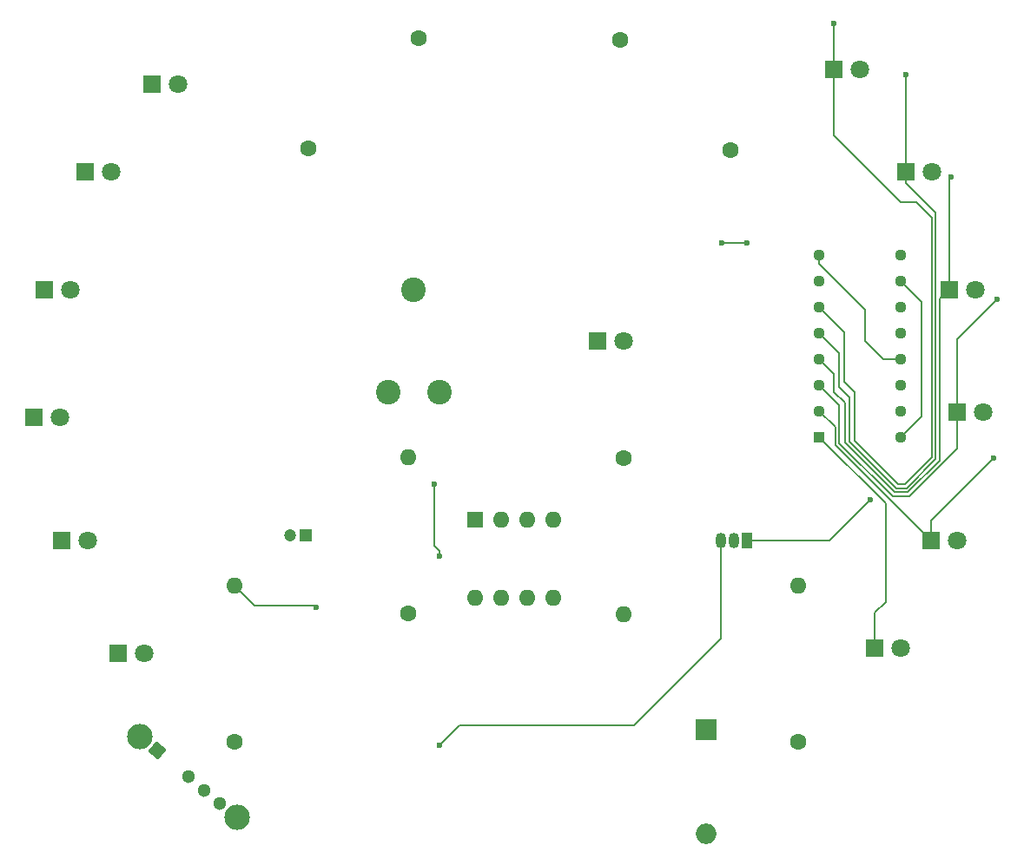
<source format=gbr>
G04 #@! TF.GenerationSoftware,KiCad,Pcbnew,8.0.5*
G04 #@! TF.CreationDate,2024-10-07T21:14:13-05:00*
G04 #@! TF.ProjectId,bsidesdfw badge 2024,62736964-6573-4646-9677-206261646765,rev?*
G04 #@! TF.SameCoordinates,Original*
G04 #@! TF.FileFunction,Copper,L1,Top*
G04 #@! TF.FilePolarity,Positive*
%FSLAX46Y46*%
G04 Gerber Fmt 4.6, Leading zero omitted, Abs format (unit mm)*
G04 Created by KiCad (PCBNEW 8.0.5) date 2024-10-07 21:14:13*
%MOMM*%
%LPD*%
G01*
G04 APERTURE LIST*
G04 Aperture macros list*
%AMHorizOval*
0 Thick line with rounded ends*
0 $1 width*
0 $2 $3 position (X,Y) of the first rounded end (center of the circle)*
0 $4 $5 position (X,Y) of the second rounded end (center of the circle)*
0 Add line between two ends*
20,1,$1,$2,$3,$4,$5,0*
0 Add two circle primitives to create the rounded ends*
1,1,$1,$2,$3*
1,1,$1,$4,$5*%
%AMRotRect*
0 Rectangle, with rotation*
0 The origin of the aperture is its center*
0 $1 length*
0 $2 width*
0 $3 Rotation angle, in degrees counterclockwise*
0 Add horizontal line*
21,1,$1,$2,0,0,$3*%
G04 Aperture macros list end*
G04 #@! TA.AperFunction,ComponentPad*
%ADD10R,1.130000X1.130000*%
G04 #@! TD*
G04 #@! TA.AperFunction,ComponentPad*
%ADD11C,1.130000*%
G04 #@! TD*
G04 #@! TA.AperFunction,ComponentPad*
%ADD12C,2.400000*%
G04 #@! TD*
G04 #@! TA.AperFunction,ComponentPad*
%ADD13RotRect,1.300000X1.300000X320.000000*%
G04 #@! TD*
G04 #@! TA.AperFunction,ComponentPad*
%ADD14C,1.300000*%
G04 #@! TD*
G04 #@! TA.AperFunction,ComponentPad*
%ADD15C,2.490000*%
G04 #@! TD*
G04 #@! TA.AperFunction,ComponentPad*
%ADD16R,1.600000X1.600000*%
G04 #@! TD*
G04 #@! TA.AperFunction,ComponentPad*
%ADD17O,1.600000X1.600000*%
G04 #@! TD*
G04 #@! TA.AperFunction,ComponentPad*
%ADD18R,1.800000X1.800000*%
G04 #@! TD*
G04 #@! TA.AperFunction,ComponentPad*
%ADD19C,1.800000*%
G04 #@! TD*
G04 #@! TA.AperFunction,ComponentPad*
%ADD20C,1.600000*%
G04 #@! TD*
G04 #@! TA.AperFunction,ComponentPad*
%ADD21HorizOval,1.600000X0.000000X0.000000X0.000000X0.000000X0*%
G04 #@! TD*
G04 #@! TA.AperFunction,ComponentPad*
%ADD22R,1.050000X1.500000*%
G04 #@! TD*
G04 #@! TA.AperFunction,ComponentPad*
%ADD23O,1.050000X1.500000*%
G04 #@! TD*
G04 #@! TA.AperFunction,ComponentPad*
%ADD24HorizOval,1.600000X0.000000X0.000000X0.000000X0.000000X0*%
G04 #@! TD*
G04 #@! TA.AperFunction,ComponentPad*
%ADD25R,1.200000X1.200000*%
G04 #@! TD*
G04 #@! TA.AperFunction,ComponentPad*
%ADD26C,1.200000*%
G04 #@! TD*
G04 #@! TA.AperFunction,ComponentPad*
%ADD27R,2.000000X2.000000*%
G04 #@! TD*
G04 #@! TA.AperFunction,ComponentPad*
%ADD28O,2.000000X2.000000*%
G04 #@! TD*
G04 #@! TA.AperFunction,ViaPad*
%ADD29C,0.600000*%
G04 #@! TD*
G04 #@! TA.AperFunction,Conductor*
%ADD30C,0.200000*%
G04 #@! TD*
G04 APERTURE END LIST*
D10*
G04 #@! TO.P,U2,1,QB*
G04 #@! TO.N,Net-(D1-K)*
X167530000Y-101890000D03*
D11*
G04 #@! TO.P,U2,2,QC*
G04 #@! TO.N,Net-(D2-K)*
X167530000Y-99350000D03*
G04 #@! TO.P,U2,3,QD*
G04 #@! TO.N,Net-(D3-K)*
X167530000Y-96810000D03*
G04 #@! TO.P,U2,4,QE*
G04 #@! TO.N,Net-(D10-K)*
X167530000Y-94270000D03*
G04 #@! TO.P,U2,5,QF*
G04 #@! TO.N,Net-(D11-K)*
X167530000Y-91730000D03*
G04 #@! TO.P,U2,6,QG*
G04 #@! TO.N,Net-(D12-K)*
X167530000Y-89190000D03*
G04 #@! TO.P,U2,7,QH*
G04 #@! TO.N,Net-(D13-K)*
X167530000Y-86650000D03*
G04 #@! TO.P,U2,8,GND*
G04 #@! TO.N,GND*
X167530000Y-84110000D03*
G04 #@! TO.P,U2,9,QH'*
G04 #@! TO.N,Net-(U2-QH')*
X175470000Y-84110000D03*
G04 #@! TO.P,U2,10,~{SRCLR}*
G04 #@! TO.N,+6V*
X175470000Y-86650000D03*
G04 #@! TO.P,U2,11,SRCLK*
G04 #@! TO.N,Net-(U1-Q)*
X175470000Y-89190000D03*
G04 #@! TO.P,U2,12,RCLK*
G04 #@! TO.N,Net-(U2-RCLK)*
X175470000Y-91730000D03*
G04 #@! TO.P,U2,13,~{OE}*
G04 #@! TO.N,GND*
X175470000Y-94270000D03*
G04 #@! TO.P,U2,14,SER*
G04 #@! TO.N,Net-(Q1-C)*
X175470000Y-96810000D03*
G04 #@! TO.P,U2,15,QA*
G04 #@! TO.N,unconnected-(U2-QA-Pad15)*
X175470000Y-99350000D03*
G04 #@! TO.P,U2,16,VCC*
G04 #@! TO.N,+6V*
X175470000Y-101890000D03*
G04 #@! TD*
D12*
G04 #@! TO.P,R2,1,1*
G04 #@! TO.N,Net-(U1-DIS)*
X125500000Y-97500000D03*
G04 #@! TO.P,R2,2,2*
G04 #@! TO.N,Net-(U1-THR)*
X128000000Y-87500000D03*
G04 #@! TO.P,R2,3,3*
G04 #@! TO.N,unconnected-(R2-Pad3)*
X130500000Y-97500000D03*
G04 #@! TD*
D13*
G04 #@! TO.P,SW1,1,B*
G04 #@! TO.N,Net-(BT1-+)*
X103000000Y-132500000D03*
D14*
G04 #@! TO.P,SW1,2,C*
G04 #@! TO.N,Net-(D14-A)*
X106064178Y-135071153D03*
G04 #@! TO.P,SW1,3,A*
G04 #@! TO.N,unconnected-(SW1-A-Pad3)*
X107596267Y-136356726D03*
G04 #@! TO.P,SW1,4*
G04 #@! TO.N,N/C*
X109128356Y-137642300D03*
D15*
G04 #@! TO.P,SW1,MH1*
X101353004Y-131118007D03*
G04 #@! TO.P,SW1,MH2*
X110775350Y-139024295D03*
G04 #@! TD*
D16*
G04 #@! TO.P,U1,1,GND*
G04 #@! TO.N,GND*
X134000000Y-110000000D03*
D17*
G04 #@! TO.P,U1,2,TR*
G04 #@! TO.N,Net-(U1-THR)*
X136540000Y-110000000D03*
G04 #@! TO.P,U1,3,Q*
G04 #@! TO.N,Net-(U1-Q)*
X139080000Y-110000000D03*
G04 #@! TO.P,U1,4,R*
G04 #@! TO.N,+6V*
X141620000Y-110000000D03*
G04 #@! TO.P,U1,5,CV*
G04 #@! TO.N,unconnected-(U1-CV-Pad5)*
X141620000Y-117620000D03*
G04 #@! TO.P,U1,6,THR*
G04 #@! TO.N,Net-(U1-THR)*
X139080000Y-117620000D03*
G04 #@! TO.P,U1,7,DIS*
G04 #@! TO.N,Net-(U1-DIS)*
X136540000Y-117620000D03*
G04 #@! TO.P,U1,8,VCC*
G04 #@! TO.N,+6V*
X134000000Y-117620000D03*
G04 #@! TD*
D18*
G04 #@! TO.P,D7,1,K*
G04 #@! TO.N,Net-(D1-K)*
X172960000Y-122500000D03*
D19*
G04 #@! TO.P,D7,2,A*
G04 #@! TO.N,Net-(D1-A)*
X175500000Y-122500000D03*
G04 #@! TD*
D18*
G04 #@! TO.P,D3,1,K*
G04 #@! TO.N,Net-(D3-K)*
X90960000Y-100000000D03*
D19*
G04 #@! TO.P,D3,2,A*
G04 #@! TO.N,Net-(D1-A)*
X93500000Y-100000000D03*
G04 #@! TD*
D18*
G04 #@! TO.P,D10,1,K*
G04 #@! TO.N,Net-(D10-K)*
X180225000Y-87500000D03*
D19*
G04 #@! TO.P,D10,2,A*
G04 #@! TO.N,Net-(D1-A)*
X182765000Y-87500000D03*
G04 #@! TD*
D20*
G04 #@! TO.P,R7,1*
G04 #@! TO.N,Net-(D1-A)*
X128500000Y-63000000D03*
D21*
G04 #@! TO.P,R7,2*
G04 #@! TO.N,Net-(D13-A)*
X117723693Y-73776307D03*
G04 #@! TD*
D20*
G04 #@! TO.P,R6,1*
G04 #@! TO.N,Net-(D1-A)*
X110500000Y-131620000D03*
D17*
G04 #@! TO.P,R6,2*
G04 #@! TO.N,+6V*
X110500000Y-116380000D03*
G04 #@! TD*
D18*
G04 #@! TO.P,D5,1,K*
G04 #@! TO.N,Net-(D11-K)*
X95960000Y-76000000D03*
D19*
G04 #@! TO.P,D5,2,A*
G04 #@! TO.N,Net-(D1-A)*
X98500000Y-76000000D03*
G04 #@! TD*
D18*
G04 #@! TO.P,D11,1,K*
G04 #@! TO.N,Net-(D11-K)*
X175960000Y-76000000D03*
D19*
G04 #@! TO.P,D11,2,A*
G04 #@! TO.N,Net-(D1-A)*
X178500000Y-76000000D03*
G04 #@! TD*
D22*
G04 #@! TO.P,Q1,1,C*
G04 #@! TO.N,Net-(Q1-C)*
X160500000Y-112000000D03*
D23*
G04 #@! TO.P,Q1,2,B*
G04 #@! TO.N,Net-(Q1-B)*
X159230000Y-112000000D03*
G04 #@! TO.P,Q1,3,E*
G04 #@! TO.N,GND*
X157960000Y-112000000D03*
G04 #@! TD*
D18*
G04 #@! TO.P,D9,1,K*
G04 #@! TO.N,Net-(D3-K)*
X181000000Y-99500000D03*
D19*
G04 #@! TO.P,D9,2,A*
G04 #@! TO.N,Net-(D1-A)*
X183540000Y-99500000D03*
G04 #@! TD*
D18*
G04 #@! TO.P,D6,1,K*
G04 #@! TO.N,Net-(D12-K)*
X102500000Y-67500000D03*
D19*
G04 #@! TO.P,D6,2,A*
G04 #@! TO.N,Net-(D1-A)*
X105040000Y-67500000D03*
G04 #@! TD*
D20*
G04 #@! TO.P,R1,1*
G04 #@! TO.N,+6V*
X127500000Y-119120000D03*
D17*
G04 #@! TO.P,R1,2*
G04 #@! TO.N,Net-(U1-DIS)*
X127500000Y-103880000D03*
G04 #@! TD*
D18*
G04 #@! TO.P,D12,1,K*
G04 #@! TO.N,Net-(D12-K)*
X168960000Y-66000000D03*
D19*
G04 #@! TO.P,D12,2,A*
G04 #@! TO.N,Net-(D1-A)*
X171500000Y-66000000D03*
G04 #@! TD*
D20*
G04 #@! TO.P,R3,1*
G04 #@! TO.N,Net-(Q1-B)*
X148111847Y-63111847D03*
D24*
G04 #@! TO.P,R3,2*
G04 #@! TO.N,Net-(U2-QH')*
X158888154Y-73888154D03*
G04 #@! TD*
D18*
G04 #@! TO.P,D2,1,K*
G04 #@! TO.N,Net-(D2-K)*
X93725000Y-112000000D03*
D19*
G04 #@! TO.P,D2,2,A*
G04 #@! TO.N,Net-(D1-A)*
X96265000Y-112000000D03*
G04 #@! TD*
D20*
G04 #@! TO.P,R4,1*
G04 #@! TO.N,Net-(Q1-C)*
X148500000Y-104000000D03*
D17*
G04 #@! TO.P,R4,2*
G04 #@! TO.N,+6V*
X148500000Y-119240000D03*
G04 #@! TD*
D18*
G04 #@! TO.P,D8,1,K*
G04 #@! TO.N,Net-(D2-K)*
X178460000Y-112000000D03*
D19*
G04 #@! TO.P,D8,2,A*
G04 #@! TO.N,Net-(D1-A)*
X181000000Y-112000000D03*
G04 #@! TD*
D20*
G04 #@! TO.P,R5,1*
G04 #@! TO.N,Net-(U2-RCLK)*
X165500000Y-131620000D03*
D17*
G04 #@! TO.P,R5,2*
G04 #@! TO.N,Net-(U1-Q)*
X165500000Y-116380000D03*
G04 #@! TD*
D18*
G04 #@! TO.P,D4,1,K*
G04 #@! TO.N,Net-(D10-K)*
X91960000Y-87500000D03*
D19*
G04 #@! TO.P,D4,2,A*
G04 #@! TO.N,Net-(D1-A)*
X94500000Y-87500000D03*
G04 #@! TD*
D25*
G04 #@! TO.P,C1,1*
G04 #@! TO.N,Net-(U1-THR)*
X117500000Y-111500000D03*
D26*
G04 #@! TO.P,C1,2*
G04 #@! TO.N,GND*
X116000000Y-111500000D03*
G04 #@! TD*
D27*
G04 #@! TO.P,D14,1,K*
G04 #@! TO.N,+6V*
X156500000Y-130500000D03*
D28*
G04 #@! TO.P,D14,2,A*
G04 #@! TO.N,Net-(D14-A)*
X156500000Y-140660000D03*
G04 #@! TD*
D18*
G04 #@! TO.P,D1,1,K*
G04 #@! TO.N,Net-(D1-K)*
X99225000Y-123000000D03*
D19*
G04 #@! TO.P,D1,2,A*
G04 #@! TO.N,Net-(D1-A)*
X101765000Y-123000000D03*
G04 #@! TD*
D18*
G04 #@! TO.P,D13,1,K*
G04 #@! TO.N,Net-(D13-K)*
X145960000Y-92500000D03*
D19*
G04 #@! TO.P,D13,2,A*
G04 #@! TO.N,Net-(D13-A)*
X148500000Y-92500000D03*
G04 #@! TD*
D29*
G04 #@! TO.N,GND*
X130500000Y-132000000D03*
G04 #@! TO.N,Net-(Q1-C)*
X172500000Y-108000000D03*
G04 #@! TO.N,Net-(U1-DIS)*
X130500000Y-113500000D03*
X130000000Y-106500000D03*
G04 #@! TO.N,+6V*
X118500000Y-118500000D03*
G04 #@! TO.N,Net-(D2-K)*
X184500000Y-104000000D03*
G04 #@! TO.N,Net-(D3-K)*
X184850000Y-88500000D03*
G04 #@! TO.N,Net-(D10-K)*
X180350000Y-76500000D03*
G04 #@! TO.N,Net-(D11-K)*
X176000000Y-66500000D03*
G04 #@! TO.N,Net-(D13-K)*
X160500000Y-83000000D03*
X158000000Y-83000000D03*
G04 #@! TO.N,Net-(D12-K)*
X169000000Y-61550000D03*
G04 #@! TD*
D30*
G04 #@! TO.N,GND*
X132500000Y-130000000D02*
X130500000Y-132000000D01*
X157960000Y-121540000D02*
X149500000Y-130000000D01*
X149500000Y-130000000D02*
X132500000Y-130000000D01*
X157960000Y-112000000D02*
X157960000Y-121540000D01*
X172000000Y-92500000D02*
X173770000Y-94270000D01*
X167530000Y-84110000D02*
X167530000Y-85013295D01*
X167530000Y-85013295D02*
X172000000Y-89483295D01*
X172000000Y-89483295D02*
X172000000Y-92500000D01*
X173770000Y-94270000D02*
X175470000Y-94270000D01*
G04 #@! TO.N,Net-(Q1-C)*
X168500000Y-112000000D02*
X160500000Y-112000000D01*
X160500000Y-111775000D02*
X160500000Y-112000000D01*
X172500000Y-108000000D02*
X168500000Y-112000000D01*
G04 #@! TO.N,Net-(U1-DIS)*
X130000000Y-112500000D02*
X130000000Y-106500000D01*
X130500000Y-113000000D02*
X130000000Y-112500000D01*
X130500000Y-113500000D02*
X130500000Y-113000000D01*
G04 #@! TO.N,+6V*
X112500000Y-118380000D02*
X110500000Y-116380000D01*
X177500000Y-88680000D02*
X175470000Y-86650000D01*
X118380000Y-118380000D02*
X112500000Y-118380000D01*
X118500000Y-118500000D02*
X118380000Y-118380000D01*
X175470000Y-101890000D02*
X177500000Y-99860000D01*
X177500000Y-99860000D02*
X177500000Y-88680000D01*
G04 #@! TO.N,Net-(D1-K)*
X172960000Y-122500000D02*
X173500000Y-121960000D01*
X172960000Y-119040000D02*
X174000000Y-118000000D01*
X174000000Y-118000000D02*
X174000000Y-108360000D01*
X174000000Y-108360000D02*
X167530000Y-101890000D01*
X172960000Y-122500000D02*
X172960000Y-119040000D01*
G04 #@! TO.N,Net-(D2-K)*
X178460000Y-112000000D02*
X178460000Y-110040000D01*
X167530000Y-99350000D02*
X169100000Y-100920000D01*
X178460000Y-112000000D02*
X178434315Y-112000000D01*
X178434315Y-112000000D02*
X169100000Y-102665685D01*
X184500000Y-104000000D02*
X178460000Y-110040000D01*
X169100000Y-100920000D02*
X169100000Y-102665685D01*
G04 #@! TO.N,Net-(D3-K)*
X174700000Y-107700000D02*
X176365686Y-107700000D01*
X167530000Y-96810000D02*
X169500000Y-98780000D01*
X181000000Y-103065686D02*
X181000000Y-99500000D01*
X176365686Y-107700000D02*
X181000000Y-103065686D01*
X169500000Y-98780000D02*
X169500000Y-102500000D01*
X169500000Y-102500000D02*
X174700000Y-107700000D01*
X181000000Y-99500000D02*
X181000000Y-92350000D01*
X181000000Y-92350000D02*
X184850000Y-88500000D01*
G04 #@! TO.N,Net-(D10-K)*
X169000000Y-97500000D02*
X170032843Y-98532843D01*
X170032843Y-102467157D02*
X174865686Y-107300000D01*
X174865686Y-107300000D02*
X176200000Y-107300000D01*
X180225000Y-87500000D02*
X179300000Y-88425000D01*
X176200000Y-107300000D02*
X179300000Y-104200000D01*
X180225000Y-87500000D02*
X180225000Y-76625000D01*
X169000000Y-95740000D02*
X169000000Y-97500000D01*
X180225000Y-76625000D02*
X180350000Y-76500000D01*
X167530000Y-94270000D02*
X169000000Y-95740000D01*
X179300000Y-88425000D02*
X179300000Y-104200000D01*
X170032843Y-98532843D02*
X170032843Y-102467157D01*
G04 #@! TO.N,Net-(D11-K)*
X170500000Y-98000000D02*
X170500000Y-102368628D01*
X169500000Y-97000000D02*
X170500000Y-98000000D01*
X175960000Y-66540000D02*
X176000000Y-66500000D01*
X178900000Y-80040000D02*
X175960000Y-77100000D01*
X175960000Y-76000000D02*
X175960000Y-66540000D01*
X175960000Y-77100000D02*
X175960000Y-76000000D01*
X170500000Y-102368628D02*
X175031372Y-106900000D01*
X175031372Y-106900000D02*
X176034314Y-106900000D01*
X176034314Y-106900000D02*
X178900000Y-104034314D01*
X167530000Y-91730000D02*
X169500000Y-93700000D01*
X169500000Y-93700000D02*
X169500000Y-97000000D01*
X178900000Y-104034314D02*
X178900000Y-80040000D01*
G04 #@! TO.N,Net-(D13-K)*
X158000000Y-83000000D02*
X160500000Y-83000000D01*
G04 #@! TO.N,Net-(D12-K)*
X178500000Y-103868628D02*
X178500000Y-80500000D01*
X175500000Y-79000000D02*
X168960000Y-72460000D01*
X175868628Y-106500000D02*
X178500000Y-103868628D01*
X170000000Y-91660000D02*
X170000000Y-96500000D01*
X168960000Y-61590000D02*
X169000000Y-61550000D01*
X168960000Y-72460000D02*
X168960000Y-66000000D01*
X171000000Y-102302942D02*
X175197058Y-106500000D01*
X177000000Y-79000000D02*
X175500000Y-79000000D01*
X170000000Y-96500000D02*
X171000000Y-97500000D01*
X168960000Y-66000000D02*
X168960000Y-61590000D01*
X178500000Y-80500000D02*
X177000000Y-79000000D01*
X171000000Y-97500000D02*
X171000000Y-102302942D01*
X167530000Y-89190000D02*
X170000000Y-91660000D01*
X175197058Y-106500000D02*
X175868628Y-106500000D01*
G04 #@! TD*
M02*

</source>
